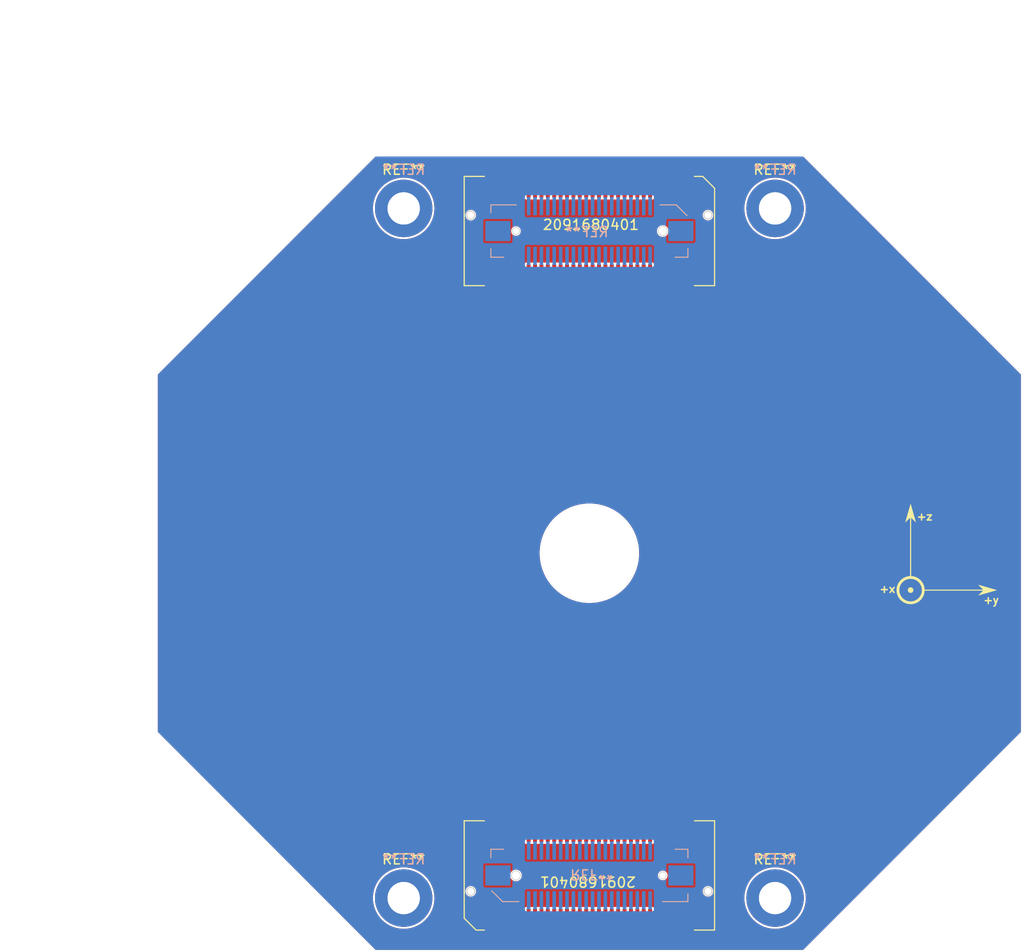
<source format=kicad_pcb>
(kicad_pcb (version 20211014) (generator pcbnew)
  (layers (0 "F.Cu" signal) (31 "B.Cu" signal) (34 "B.Paste" user) (35 "F.Paste" user) (36 "B.SilkS" user "B.Silkscreen") (37 "F.SilkS" user "F.Silkscreen") (38 "B.Mask" user) (39 "F.Mask" user) (44 "Edge.Cuts" user))
  (net 0 "")
  (footprint "Connectors_ISS:2091680401" (layer "F.Cu") (at 72 104 180)
    (fp_text reference "2091680401" (at 0.15 -0.62 180 unlocked) (layer "F.SilkS"))
    (fp_text value "Receptacle")
    (fp_line (start -12.4325 5.425) (end -12.4325 -5.425) (layer "F.SilkS") (width 0.12))
    (fp_line (start -12.4325 5.425) (end -10.4325 5.425) (layer "F.SilkS") (width 0.12))
    (fp_line (start 12.4325 5.425) (end 10.4325 5.425) (layer "F.SilkS") (width 0.12))
    (fp_line (start 11.2575 -5.425) (end 10.4325 -5.425) (layer "F.SilkS") (width 0.12))
    (fp_line (start -12.4325 -5.425) (end -10.4325 -5.425) (layer "F.SilkS") (width 0.12))
    (fp_line (start 12.4325 -4.25) (end 11.2575 -5.425) (layer "F.SilkS") (width 0.12))
    (fp_line (start 12.4325 -4.25) (end 12.4325 5.425) (layer "F.SilkS") (width 0.12))
    (fp_circle (center -11.78 -1.58) (end -11.38 -1.58) (layer "Edge.Cuts") (width 0.12) (fill none))
    (fp_circle (center 11.78 -1.58) (end 12.18 -1.58) (layer "Edge.Cuts") (width 0.12) (fill none))
    (pad "1" smd rect locked (at 6.0325 -4.375 270) (size 2.1 0.4) (layers "F.Cu" "F.Paste" "F.Mask"))
    (pad "2" smd rect locked (at 5.3975 -4.375 270) (size 2.1 0.4) (layers "F.Cu" "F.Paste" "F.Mask"))
    (pad "3" smd rect locked (at 4.7625 -4.375 270) (size 2.1 0.4) (layers "F.Cu" "F.Paste" "F.Mask"))
    (pad "4" smd rect locked (at 4.1275 -4.375 270) (size 2.1 0.4) (layers "F.Cu" "F.Paste" "F.Mask"))
    (pad "5" smd rect locked (at 3.4925 -4.375 270) (size 2.1 0.4) (layers "F.Cu" "F.Paste" "F.Mask"))
    (pad "6" smd rect locked (at 2.8575 -4.375 270) (size 2.1 0.4) (layers "F.Cu" "F.Paste" "F.Mask"))
    (pad "7" smd rect locked (at 2.2225 -4.375 270) (size 2.1 0.4) (layers "F.Cu" "F.Paste" "F.Mask"))
    (pad "8" smd rect locked (at 1.5875 -4.375 270) (size 2.1 0.4) (layers "F.Cu" "F.Paste" "F.Mask"))
    (pad "9" smd rect locked (at 0.9525 -4.375 270) (size 2.1 0.4) (layers "F.Cu" "F.Paste" "F.Mask"))
    (pad "10" smd rect locked (at 0.3175 -4.375 270) (size 2.1 0.4) (layers "F.Cu" "F.Paste" "F.Mask"))
    (pad "11" smd rect locked (at -0.3175 -4.375 270) (size 2.1 0.4) (layers "F.Cu" "F.Paste" "F.Mask"))
    (pad "12" smd rect locked (at -0.9525 -4.375 270) (size 2.1 0.4) (layers "F.Cu" "F.Paste" "F.Mask"))
    (pad "13" smd rect locked (at -1.5875 -4.375 270) (size 2.1 0.4) (layers "F.Cu" "F.Paste" "F.Mask"))
    (pad "14" smd rect locked (at -2.2225 -4.375 270) (size 2.1 0.4) (layers "F.Cu" "F.Paste" "F.Mask"))
    (pad "15" smd rect locked (at -2.8575 -4.375 270) (size 2.1 0.4) (layers "F.Cu" "F.Paste" "F.Mask"))
    (pad "16" smd rect locked (at -3.4925 -4.375 270) (size 2.1 0.4) (layers "F.Cu" "F.Paste" "F.Mask"))
    (pad "17" smd rect locked (at -4.1275 -4.375 270) (size 2.1 0.4) (layers "F.Cu" "F.Paste" "F.Mask"))
    (pad "18" smd rect locked (at -4.7625 -4.375 270) (size 2.1 0.4) (layers "F.Cu" "F.Paste" "F.Mask"))
    (pad "19" smd rect locked (at -5.3975 -4.375 270) (size 2.1 0.4) (layers "F.Cu" "F.Paste" "F.Mask"))
    (pad "20" smd rect locked (at -6.0325 -4.375 270) (size 2.1 0.4) (layers "F.Cu" "F.Paste" "F.Mask"))
    (pad "21" smd rect locked (at -6.0325 4.375 270) (size 2.1 0.4) (layers "F.Cu" "F.Paste" "F.Mask"))
    (pad "22" smd rect locked (at -5.3975 4.375 270) (size 2.1 0.4) (layers "F.Cu" "F.Paste" "F.Mask"))
    (pad "23" smd rect locked (at -4.7625 4.375 270) (size 2.1 0.4) (layers "F.Cu" "F.Paste" "F.Mask"))
    (pad "24" smd rect locked (at -4.1275 4.375 270) (size 2.1 0.4) (layers "F.Cu" "F.Paste" "F.Mask"))
    (pad "25" smd rect locked (at -3.4925 4.375 270) (size 2.1 0.4) (layers "F.Cu" "F.Paste" "F.Mask"))
    (pad "26" smd rect locked (at -2.8575 4.375 270) (size 2.1 0.4) (layers "F.Cu" "F.Paste" "F.Mask"))
    (pad "27" smd rect locked (at -2.2225 4.375 270) (size 2.1 0.4) (layers "F.Cu" "F.Paste" "F.Mask"))
    (pad "28" smd rect locked (at -1.5875 4.375 270) (size 2.1 0.4) (layers "F.Cu" "F.Paste" "F.Mask"))
    (pad "29" smd rect locked (at -0.9525 4.375 270) (size 2.1 0.4) (layers "F.Cu" "F.Paste" "F.Mask"))
    (pad "30" smd rect locked (at -0.3175 4.375 270) (size 2.1 0.4) (layers "F.Cu" "F.Paste" "F.Mask"))
    (pad "31" smd rect locked (at 0.3175 4.375 270) (size 2.1 0.4) (layers "F.Cu" "F.Paste" "F.Mask"))
    (pad "32" smd rect locked (at 0.9525 4.375 270) (size 2.1 0.4) (layers "F.Cu" "F.Paste" "F.Mask"))
    (pad "33" smd rect locked (at 1.5875 4.375 270) (size 2.1 0.4) (layers "F.Cu" "F.Paste" "F.Mask"))
    (pad "34" smd rect locked (at 2.2225 4.375 270) (size 2.1 0.4) (layers "F.Cu" "F.Paste" "F.Mask"))
    (pad "35" smd rect locked (at 2.8575 4.375 270) (size 2.1 0.4) (layers "F.Cu" "F.Paste" "F.Mask"))
    (pad "36" smd rect locked (at 3.4925 4.375 270) (size 2.1 0.4) (layers "F.Cu" "F.Paste" "F.Mask"))
    (pad "37" smd rect locked (at 4.1275 4.375 270) (size 2.1 0.4) (layers "F.Cu" "F.Paste" "F.Mask"))
    (pad "38" smd rect locked (at 4.7625 4.375 270) (size 2.1 0.4) (layers "F.Cu" "F.Paste" "F.Mask"))
    (pad "39" smd rect locked (at 5.3975 4.375 270) (size 2.1 0.4) (layers "F.Cu" "F.Paste" "F.Mask"))
    (pad "40" smd rect locked (at 6.0325 4.375 270) (size 2.1 0.4) (layers "F.Cu" "F.Paste" "F.Mask"))
    (pad "GND" smd rect locked (at 10.53 -4.225 180) (size 2.4 1.8) (layers "F.Cu" "F.Paste" "F.Mask"))
    (pad "GND" smd rect locked (at -10.53 -4.225 180) (size 2.4 1.8) (layers "F.Cu" "F.Paste" "F.Mask"))
    (pad "GND" smd rect locked (at 10.53 4.225 180) (size 2.4 1.8) (layers "F.Cu" "F.Paste" "F.Mask"))
    (pad "GND" smd rect locked (at -10.53 4.225 180) (size 2.4 1.8) (layers "F.Cu" "F.Paste" "F.Mask"))
  )
  (footprint "MountingHole:MountingHole_3.2mm_M3_ISO7380_Pad" (layer "F.Cu") (at 53.557464 37.752718)
    (fp_text reference "REF**" (at 0 -3.85) (layer "F.SilkS"))
    (fp_text value "MountingHole_3.2mm_M3_ISO7380_Pad")
    (pad "1" thru_hole circle locked (at 0 0) (size 5.7 5.7) (drill 3.2) (layers *.Cu *.Mask))
  )
  (footprint "Connectors_ISS:2091680401" (layer "F.Cu") (at 72 40)
    (fp_text reference "2091680401" (at 0.15 -0.62 unlocked) (layer "F.SilkS"))
    (fp_text value "Receptacle")
    (fp_line (start 11.2575 -5.425) (end 10.4325 -5.425) (layer "F.SilkS") (width 0.12))
    (fp_line (start 12.4325 -4.25) (end 12.4325 5.425) (layer "F.SilkS") (width 0.12))
    (fp_line (start -12.4325 5.425) (end -10.4325 5.425) (layer "F.SilkS") (width 0.12))
    (fp_line (start 12.4325 5.425) (end 10.4325 5.425) (layer "F.SilkS") (width 0.12))
    (fp_line (start 12.4325 -4.25) (end 11.2575 -5.425) (layer "F.SilkS") (width 0.12))
    (fp_line (start -12.4325 5.425) (end -12.4325 -5.425) (layer "F.SilkS") (width 0.12))
    (fp_line (start -12.4325 -5.425) (end -10.4325 -5.425) (layer "F.SilkS") (width 0.12))
    (fp_circle (center -11.78 -1.58) (end -11.38 -1.58) (layer "Edge.Cuts") (width 0.12) (fill none))
    (fp_circle (center 11.78 -1.58) (end 12.18 -1.58) (layer "Edge.Cuts") (width 0.12) (fill none))
    (pad "1" smd rect locked (at 6.0325 -4.375 90) (size 2.1 0.4) (layers "F.Cu" "F.Paste" "F.Mask"))
    (pad "2" smd rect locked (at 5.3975 -4.375 90) (size 2.1 0.4) (layers "F.Cu" "F.Paste" "F.Mask"))
    (pad "3" smd rect locked (at 4.7625 -4.375 90) (size 2.1 0.4) (layers "F.Cu" "F.Paste" "F.Mask"))
    (pad "4" smd rect locked (at 4.1275 -4.375 90) (size 2.1 0.4) (layers "F.Cu" "F.Paste" "F.Mask"))
    (pad "5" smd rect locked (at 3.4925 -4.375 90) (size 2.1 0.4) (layers "F.Cu" "F.Paste" "F.Mask"))
    (pad "6" smd rect locked (at 2.8575 -4.375 90) (size 2.1 0.4) (layers "F.Cu" "F.Paste" "F.Mask"))
    (pad "7" smd rect locked (at 2.2225 -4.375 90) (size 2.1 0.4) (layers "F.Cu" "F.Paste" "F.Mask"))
    (pad "8" smd rect locked (at 1.5875 -4.375 90) (size 2.1 0.4) (layers "F.Cu" "F.Paste" "F.Mask"))
    (pad "9" smd rect locked (at 0.9525 -4.375 90) (size 2.1 0.4) (layers "F.Cu" "F.Paste" "F.Mask"))
    (pad "10" smd rect locked (at 0.3175 -4.375 90) (size 2.1 0.4) (layers "F.Cu" "F.Paste" "F.Mask"))
    (pad "11" smd rect locked (at -0.3175 -4.375 90) (size 2.1 0.4) (layers "F.Cu" "F.Paste" "F.Mask"))
    (pad "12" smd rect locked (at -0.9525 -4.375 90) (size 2.1 0.4) (layers "F.Cu" "F.Paste" "F.Mask"))
    (pad "13" smd rect locked (at -1.5875 -4.375 90) (size 2.1 0.4) (layers "F.Cu" "F.Paste" "F.Mask"))
    (pad "14" smd rect locked (at -2.2225 -4.375 90) (size 2.1 0.4) (layers "F.Cu" "F.Paste" "F.Mask"))
    (pad "15" smd rect locked (at -2.8575 -4.375 90) (size 2.1 0.4) (layers "F.Cu" "F.Paste" "F.Mask"))
    (pad "16" smd rect locked (at -3.4925 -4.375 90) (size 2.1 0.4) (layers "F.Cu" "F.Paste" "F.Mask"))
    (pad "17" smd rect locked (at -4.1275 -4.375 90) (size 2.1 0.4) (layers "F.Cu" "F.Paste" "F.Mask"))
    (pad "18" smd rect locked (at -4.7625 -4.375 90) (size 2.1 0.4) (layers "F.Cu" "F.Paste" "F.Mask"))
    (pad "19" smd rect locked (at -5.3975 -4.375 90) (size 2.1 0.4) (layers "F.Cu" "F.Paste" "F.Mask"))
    (pad "20" smd rect locked (at -6.0325 -4.375 90) (size 2.1 0.4) (layers "F.Cu" "F.Paste" "F.Mask"))
    (pad "21" smd rect locked (at -6.0325 4.375 90) (size 2.1 0.4) (layers "F.Cu" "F.Paste" "F.Mask"))
    (pad "22" smd rect locked (at -5.3975 4.375 90) (size 2.1 0.4) (layers "F.Cu" "F.Paste" "F.Mask"))
    (pad "23" smd rect locked (at -4.7625 4.375 90) (size 2.1 0.4) (layers "F.Cu" "F.Paste" "F.Mask"))
    (pad "24" smd rect locked (at -4.1275 4.375 90) (size 2.1 0.4) (layers "F.Cu" "F.Paste" "F.Mask"))
    (pad "25" smd rect locked (at -3.4925 4.375 90) (size 2.1 0.4) (layers "F.Cu" "F.Paste" "F.Mask"))
    (pad "26" smd rect locked (at -2.8575 4.375 90) (size 2.1 0.4) (layers "F.Cu" "F.Paste" "F.Mask"))
    (pad "27" smd rect locked (at -2.2225 4.375 90) (size 2.1 0.4) (layers "F.Cu" "F.Paste" "F.Mask"))
    (pad "28" smd rect locked (at -1.5875 4.375 90) (size 2.1 0.4) (layers "F.Cu" "F.Paste" "F.Mask"))
    (pad "29" smd rect locked (at -0.9525 4.375 90) (size 2.1 0.4) (layers "F.Cu" "F.Paste" "F.Mask"))
    (pad "30" smd rect locked (at -0.3175 4.375 90) (size 2.1 0.4) (layers "F.Cu" "F.Paste" "F.Mask"))
    (pad "31" smd rect locked (at 0.3175 4.375 90) (size 2.1 0.4) (layers "F.Cu" "F.Paste" "F.Mask"))
    (pad "32" smd rect locked (at 0.9525 4.375 90) (size 2.1 0.4) (layers "F.Cu" "F.Paste" "F.Mask"))
    (pad "33" smd rect locked (at 1.5875 4.375 90) (size 2.1 0.4) (layers "F.Cu" "F.Paste" "F.Mask"))
    (pad "34" smd rect locked (at 2.2225 4.375 90) (size 2.1 0.4) (layers "F.Cu" "F.Paste" "F.Mask"))
    (pad "35" smd rect locked (at 2.8575 4.375 90) (size 2.1 0.4) (layers "F.Cu" "F.Paste" "F.Mask"))
    (pad "36" smd rect locked (at 3.4925 4.375 90) (size 2.1 0.4) (layers "F.Cu" "F.Paste" "F.Mask"))
    (pad "37" smd rect locked (at 4.1275 4.375 90) (size 2.1 0.4) (layers "F.Cu" "F.Paste" "F.Mask"))
    (pad "38" smd rect locked (at 4.7625 4.375 90) (size 2.1 0.4) (layers "F.Cu" "F.Paste" "F.Mask"))
    (pad "39" smd rect locked (at 5.3975 4.375 90) (size 2.1 0.4) (layers "F.Cu" "F.Paste" "F.Mask"))
    (pad "40" smd rect locked (at 6.0325 4.375 90) (size 2.1 0.4) (layers "F.Cu" "F.Paste" "F.Mask"))
    (pad "GND" smd rect locked (at 10.53 4.225) (size 2.4 1.8) (layers "F.Cu" "F.Paste" "F.Mask"))
    (pad "GND" smd rect locked (at -10.53 4.225) (size 2.4 1.8) (layers "F.Cu" "F.Paste" "F.Mask"))
    (pad "GND" smd rect locked (at -10.53 -4.225) (size 2.4 1.8) (layers "F.Cu" "F.Paste" "F.Mask"))
    (pad "GND" smd rect locked (at 10.53 -4.225) (size 2.4 1.8) (layers "F.Cu" "F.Paste" "F.Mask"))
  )
  (footprint "MountingHole:MountingHole_3.2mm_M3_ISO7380_Pad" (layer "F.Cu") (at 53.557464 106.247282)
    (fp_text reference "REF**" (at 0 -3.85) (layer "F.SilkS"))
    (fp_text value "MountingHole_3.2mm_M3_ISO7380_Pad")
    (pad "1" thru_hole circle locked (at 0 0) (size 5.7 5.7) (drill 3.2) (layers *.Cu *.Mask))
  )
  (footprint "memes:axes" (layer "F.Cu") (at 107.5 72.05813)
    (fp_text reference "G***" hide)
    (fp_text value "LOGO" hide)
    (fp_poly (pts (xy -3.593648 -4.983017) (xy -3.588699 -4.970528) (xy -3.583147 -4.952704) (xy -3.579192 -4.939167) (xy -3.572329 -4.915414) (xy -3.56277 -4.882186) (xy -3.550725 -4.840224) (xy -3.536407 -4.79027) (xy -3.520026 -4.733065) (xy -3.501795 -4.66935) (xy -3.481924 -4.599865) (xy -3.460625 -4.525353) (xy -3.438109 -4.446554) (xy -3.414589 -4.364209) (xy -3.390275 -4.27906) (xy -3.365378 -4.191847) (xy -3.340111 -4.103313) (xy -3.314684 -4.014197) (xy -3.289309 -3.925241) (xy -3.264198 -3.837187) (xy -3.239562 -3.750776) (xy -3.215612 -3.666747) (xy -3.19256 -3.585844) (xy -3.170617 -3.508807) (xy -3.149995 -3.436376) (xy -3.130904 -3.369294) (xy -3.113558 -3.308301) (xy -3.098166 -3.254139) (xy -3.084941 -3.207548) (xy -3.074094 -3.16927) (xy -3.065836 -3.140046) (xy -3.060379 -3.120617) (xy -3.057934 -3.111724) (xy -3.057841 -3.111352) (xy -3.05861 -3.109134) (xy -3.063162 -3.111124) (xy -3.071998 -3.117792) (xy -3.085618 -3.129608) (xy -3.104521 -3.147041) (xy -3.129209 -3.170563) (xy -3.16018 -3.200643) (xy -3.197935 -3.237751) (xy -3.242974 -3.282357) (xy -3.295798 -3.334931) (xy -3.297184 -3.336313) (xy -3.540606 -3.579037) (xy -3.540606 2.208438) (xy -3.509367 2.208438) (xy -3.470898 2.210222) (xy -3.424211 2.215233) (xy -3.372323 2.22296) (xy -3.318251 2.232893) (xy -3.265013 2.244522) (xy -3.215626 2.257336) (xy -3.209044 2.259239) (xy -3.090777 2.299807) (xy -2.975649 2.350944) (xy -2.865444 2.411721) (xy -2.761948 2.481211) (xy -2.720583 2.513035) (xy -2.688164 2.540565) (xy -2.651105 2.574582) (xy -2.612185 2.612344) (xy -2.574185 2.651111) (xy -2.539885 2.688143) (xy -2.521314 2.709481) (xy -2.468675 2.777343) (xy -2.417384 2.853742) (xy -2.369342 2.935391) (xy -2.326451 3.018999) (xy -2.290612 3.101277) (xy -2.282366 3.122903) (xy -2.25619 3.202697) (xy -2.234409 3.288641) (xy -2.216692 3.382317) (xy -2.202704 3.485308) (xy -2.199171 3.518403) (xy -2.195745 3.552448) (xy 3.590879 3.552448) (xy 3.345195 3.306167) (xy 3.30107 3.261794) (xy 3.25988 3.220098) (xy 3.222312 3.181792) (xy 3.189055 3.147593) (xy 3.160796 3.118216) (xy 3.138224 3.094374) (xy 3.122026 3.076784) (xy 3.112892 3.066161) (xy 3.111352 3.063163) (xy 3.14993 3.073906) (xy 3.196773 3.087059) (xy 3.251173 3.102419) (xy 3.31242 3.119781) (xy 3.379803 3.13894) (xy 3.452612 3.159691) (xy 3.530138 3.18183) (xy 3.611671 3.205152) (xy 3.696501 3.229452) (xy 3.783918 3.254526) (xy 3.873213 3.280169) (xy 3.963674 3.306176) (xy 4.054593 3.332342) (xy 4.14526 3.358464) (xy 4.234964 3.384335) (xy 4.322996 3.409752) (xy 4.408646 3.434509) (xy 4.491204 3.458403) (xy 4.56996 3.481227) (xy 4.644204 3.502779) (xy 4.713227 3.522852) (xy 4.776318 3.541242) (xy 4.832767 3.557745) (xy 4.881866 3.572156) (xy 4.922903 3.58427) (xy 4.955169 3.593882) (xy 4.977954 3.600788) (xy 4.990549 3.604783) (xy 4.992929 3.605733) (xy 4.986992 3.607638) (xy 4.970394 3.612585) (xy 4.943862 3.620365) (xy 4.908122 3.630769) (xy 4.863902 3.643589) (xy 4.811927 3.658618) (xy 4.752924 3.675647) (xy 4.68762 3.694468) (xy 4.61674 3.714873) (xy 4.541012 3.736653) (xy 4.461162 3.759601) (xy 4.377917 3.783508) (xy 4.292002 3.808166) (xy 4.204145 3.833367) (xy 4.115072 3.858903) (xy 4.025509 3.884566) (xy 3.936183 3.910147) (xy 3.847821 3.935438) (xy 3.761149 3.960232) (xy 3.676893 3.984319) (xy 3.59578 4.007492) (xy 3.518537 4.029543) (xy 3.445889 4.050264) (xy 3.378565 4.069445) (xy 3.317289 4.08688) (xy 3.262788 4.10236) (xy 3.21579 4.115677) (xy 3.17702 4.126622) (xy 3.147204 4.134988) (xy 3.127071 4.140566) (xy 3.117345 4.143149) (xy 3.117273 4.143166) (xy 3.119156 4.139627) (xy 3.128742 4.128457) (xy 3.145339 4.110378) (xy 3.168257 4.086111) (xy 3.196803 4.056377) (xy 3.230285 4.021897) (xy 3.268013 3.983391) (xy 3.309293 3.941581) (xy 3.348155 3.902484) (xy 3.590878 3.659021) (xy -2.195871 3.659021) (xy -2.198869 3.684184) (xy -2.200825 3.701154) (xy -2.203592 3.725837) (xy -2.206715 3.754171) (xy -2.208362 3.769293) (xy -2.225399 3.878745) (xy -2.252598 3.989702) (xy -2.289113 4.099303) (xy -2.334095 4.204688) (xy -2.342097 4.221119) (xy -2.389791 4.310559) (xy -2.440559 4.391779) (xy -2.496639 4.467892) (xy -2.560271 4.542009) (xy -2.610892 4.594758) (xy -2.705781 4.68152) (xy -2.807321 4.758583) (xy -2.915042 4.825708) (xy -3.028472 4.882657) (xy -3.147141 4.92919) (xy -3.270578 4.965069) (xy -3.386667 4.98826) (xy -3.424097 4.992862) (xy -3.470045 4.996453) (xy -3.521594 4.998985) (xy -3.575824 5.000412) (xy -3.629817 5.000685) (xy -3.680655 4.999758) (xy -3.72542 4.997583) (xy -3.759674 4.994316) (xy -3.884614 4.973168) (xy -4.002469 4.943315) (xy -4.114748 4.904197) (xy -4.222962 4.855255) (xy -4.328621 4.795926) (xy -4.375639 4.765755) (xy -4.475443 4.692267) (xy -4.568334 4.60975) (xy -4.653689 4.519122) (xy -4.730886 4.421297) (xy -4.7993 4.31719) (xy -4.858309 4.207717) (xy -4.907291 4.093792) (xy -4.94562 3.976332) (xy -4.963839 3.901772) (xy -4.974646 3.847833) (xy -4.982649 3.799329) (xy -4.9882 3.752691) (xy -4.991654 3.704351) (xy -4.993362 3.650744) (xy -4.993707 3.599814) (xy -4.993497 3.586182) (xy -4.709783 3.586182) (xy -4.709772 3.605734) (xy -4.709631 3.652239) (xy -4.709228 3.689111) (xy -4.708402 3.718557) (xy -4.706993 3.742786) (xy -4.704837 3.764004) (xy -4.701774 3.784421) (xy -4.697642 3.806243) (xy -4.69373 3.824928) (xy -4.664216 3.936128) (xy -4.624753 4.04192) (xy -4.575954 4.141846) (xy -4.518429 4.235449) (xy -4.45279 4.322272) (xy -4.379648 4.401858) (xy -4.299614 4.47375) (xy -4.213298 4.53749) (xy -4.121313 4.592622) (xy -4.024269 4.638688) (xy -3.922777 4.675231) (xy -3.817449 4.701795) (xy -3.708896 4.717921) (xy -3.597729 4.723154) (xy -3.499161 4.718469) (xy -3.384969 4.702266) (xy -3.274953 4.675279) (xy -3.169657 4.637994) (xy -3.069626 4.590899) (xy -2.975403 4.53448) (xy -2.887534 4.469223) (xy -2.806562 4.395617) (xy -2.733032 4.314146) (xy -2.667489 4.225299) (xy -2.610475 4.129562) (xy -2.562536 4.027421) (xy -2.524216 3.919364) (xy -2.499976 3.824928) (xy -2.494933 3.800593) (xy -2.491081 3.779324) (xy -2.488257 3.758915) (xy -2.486302 3.737157) (xy -2.485051 3.711843) (xy -2.484346 3.680765) (xy -2.484023 3.641716) (xy -2.483934 3.605734) (xy -2.48398 3.558527) (xy -2.484344 3.520981) (xy -2.485169 3.490915) (xy -2.486594 3.466151) (xy -2.488763 3.444509) (xy -2.491816 3.42381) (xy -2.495896 3.401873) (xy -2.49778 3.392587) (xy -2.52709 3.278524) (xy -2.566789 3.169726) (xy -2.616553 3.06668) (xy -2.676058 2.969871) (xy -2.744979 2.879786) (xy -2.822993 2.79691) (xy -2.909776 2.721728) (xy -2.978135 2.672214) (xy -3.073625 2.615221) (xy -3.17417 2.568503) (xy -3.278761 2.532162) (xy -3.386387 2.506304) (xy -3.496039 2.491033) (xy -3.606705 2.486453) (xy -3.717375 2.492668) (xy -3.82704 2.509782) (xy -3.934689 2.5379) (xy -4.011732 2.56556) (xy -4.050203 2.581354) (xy -4.081135 2.594933) (xy -4.108127 2.608101) (xy -4.134778 2.622662) (xy -4.164688 2.640417) (xy -4.180215 2.649957) (xy -4.275735 2.71585) (xy -4.363009 2.790061) (xy -4.441682 2.872075) (xy -4.511396 2.961379) (xy -4.571794 3.057461) (xy -4.62252 3.159805) (xy -4.663217 3.267898) (xy -4.693529 3.381226) (xy -4.695926 3.392587) (xy -4.700441 3.415588) (xy -4.703874 3.436507) (xy -4.706369 3.457526) (xy -4.708065 3.480823) (xy -4.709105 3.508578) (xy -4.709631 3.542972) (xy -4.709783 3.586182) (xy -4.993497 3.586182) (xy -4.992639 3.530613) (xy -4.989307 3.469295) (xy -4.983247 3.412039) (xy -4.973999 3.355026) (xy -4.961101 3.294435) (xy -4.952505 3.25908) (xy -4.916901 3.141062) (xy -4.870502 3.026047) (xy -4.814038 2.915348) (xy -4.748241 2.810277) (xy -4.673844 2.712145) (xy -4.6046 2.635384) (xy -4.510045 2.546093) (xy -4.411499 2.4677) (xy -4.308144 2.399694) (xy -4.199162 2.341566) (xy -4.083734 2.292803) (xy -4.020186 2.270751) (xy -3.965832 2.254735) (xy -3.907605 2.240272) (xy -3.848359 2.227892) (xy -3.790948 2.218125) (xy -3.738224 2.211498) (xy -3.693041 2.208543) (xy -3.684339 2.208438) (xy -3.6531 2.208438) (xy -3.6531 -3.579037) (xy -3.895851 -3.33634) (xy -3.940028 -3.292247) (xy -3.981614 -3.250885) (xy -4.019875 -3.212973) (xy -4.054078 -3.179233) (xy -4.083487 -3.150384) (xy -4.107369 -3.127147) (xy -4.12499 -3.110241) (xy -4.135617 -3.100389) (xy -4.138601 -3.098102) (xy -4.137005 -3.104312) (xy -4.132353 -3.12118) (xy -4.124853 -3.147978) (xy -4.114713 -3.183981) (xy -4.102139 -3.228461) (xy -4.087341 -3.280694) (xy -4.070524 -3.339951) (xy -4.051896 -3.405508) (xy -4.031665 -3.476638) (xy -4.010039 -3.552615) (xy -3.987224 -3.632712) (xy -3.963427 -3.716203) (xy -3.938858 -3.802362) (xy -3.913722 -3.890462) (xy -3.888227 -3.979778) (xy -3.862581 -4.069583) (xy -3.836991 -4.15915) (xy -3.811664 -4.247754) (xy -3.786809 -4.334668) (xy -3.762632 -4.419166) (xy -3.73934 -4.500522) (xy -3.717142 -4.578009) (xy -3.696244 -4.650901) (xy -3.676854 -4.718471) (xy -3.65918 -4.779995) (xy -3.643429 -4.834744) (xy -3.629808 -4.881994) (xy -3.618524 -4.921017) (xy -3.609786 -4.951087) (xy -3.6038 -4.971479) (xy -3.600775 -4.981465) (xy -3.600482 -4.982308) (xy -3.597307 -4.986485)) (layer "F.SilkS") (width 0) (fill solid))
    (fp_poly (pts (xy -3.553723 3.329955) (xy -3.518001 3.336777) (xy -3.512383 3.338414) (xy -3.461938 3.359996) (xy -3.417589 3.390655) (xy -3.380244 3.428926) (xy -3.350812 3.473343) (xy -3.3302 3.522442) (xy -3.319316 3.574756) (xy -3.319067 3.628822) (xy -3.32144 3.646596) (xy -3.335966 3.700234) (xy -3.359813 3.748681) (xy -3.391689 3.791075) (xy -3.430304 3.826553) (xy -3.474367 3.854252) (xy -3.52259 3.87331) (xy -3.573681 3.882864) (xy -3.626349 3.882052) (xy -3.663036 3.874969) (xy -3.717256 3.85455) (xy -3.765213 3.824759) (xy -3.805892 3.786703) (xy -3.838277 3.741492) (xy -3.861354 3.690232) (xy -3.872266 3.646596) (xy -3.875632 3.592618) (xy -3.868086 3.539903) (xy -3.850554 3.489858) (xy -3.823964 3.443891) (xy -3.789244 3.403409) (xy -3.747322 3.36982) (xy -3.699125 3.344532) (xy -3.665924 3.333488) (xy -3.632759 3.328148) (xy -3.593667 3.327024)) (layer "F.SilkS") (width 0) (fill solid))
  )
  (footprint "MountingHole:MountingHole_3.2mm_M3_ISO7380_Pad" (layer "F.Cu") (at 90.442536 37.752718)
    (fp_text reference "REF**" (at 0 -3.85) (layer "F.SilkS"))
    (fp_text value "MountingHole_3.2mm_M3_ISO7380_Pad")
    (pad "1" thru_hole circle locked (at 0 0) (size 5.7 5.7) (drill 3.2) (layers *.Cu *.Mask))
  )
  (footprint "MountingHole:MountingHole_3.2mm_M3_ISO7380_Pad" (layer "F.Cu") (at 90.442536 106.247282)
    (fp_text reference "REF**" (at 0 -3.85) (layer "F.SilkS"))
    (fp_text value "MountingHole_3.2mm_M3_ISO7380_Pad")
    (pad "1" thru_hole circle locked (at 0 0) (size 5.7 5.7) (drill 3.2) (layers *.Cu *.Mask))
  )
  (footprint "Connectors_ISS:SlimStack_0.635Series_Plug" (layer "B.Cu") (at 72 104)
    (fp_text reference "REF**" (at 0.25 -0.1 180 unlocked) (layer "B.SilkS") (effects (justify mirror)))
    (fp_text value "SlimStack_0.635Series_Plug")
    (fp_line (start -8.625 2.6) (end -7 2.6) (layer "B.SilkS") (width 0.1))
    (fp_line (start 9.785 -2.6) (end 8.5 -2.6) (layer "B.SilkS") (width 0.1))
    (fp_line (start -8.5 -2.6) (end -9.785 -2.6) (layer "B.SilkS") (width 0.1))
    (fp_line (start 7.25 2.6) (end 9.785 2.6) (layer "B.SilkS") (width 0.1))
    (fp_line (start -9.7 1.525) (end -8.625 2.6) (layer "B.SilkS") (width 0.1))
    (fp_line (start 9.785 -1.75) (end 9.785 -2.6) (layer "B.SilkS") (width 0.1))
    (fp_line (start 9.785 2.6) (end 9.785 1.825) (layer "B.SilkS") (width 0.1))
    (fp_line (start -9.785 -2.6) (end -9.785 -1.75) (layer "B.SilkS") (width 0.1))
    (fp_circle (center 7.285 0) (end 7.635 0) (layer "Edge.Cuts") (width 0.08) (fill none))
    (fp_circle (center -7.285 0) (end -6.835 0) (layer "Edge.Cuts") (width 0.08) (fill none))
    (pad "1" smd rect locked (at -6.0325 -2.47) (size 0.35 1.8) (layers "B.Cu" "B.Paste" "B.Mask"))
    (pad "2" smd rect locked (at -5.3975 -2.47) (size 0.35 1.8) (layers "B.Cu" "B.Paste" "B.Mask"))
    (pad "3" smd rect locked (at -4.7625 -2.47) (size 0.35 1.8) (layers "B.Cu" "B.Paste" "B.Mask"))
    (pad "4" smd rect locked (at -4.1275 -2.47) (size 0.35 1.8) (layers "B.Cu" "B.Paste" "B.Mask"))
    (pad "5" smd rect locked (at -3.4925 -2.47) (size 0.35 1.8) (layers "B.Cu" "B.Paste" "B.Mask"))
    (pad "6" smd rect locked (at -2.8575 -2.47) (size 0.35 1.8) (layers "B.Cu" "B.Paste" "B.Mask"))
    (pad "7" smd rect locked (at -2.2225 -2.47) (size 0.35 1.8) (layers "B.Cu" "B.Paste" "B.Mask"))
    (pad "8" smd rect locked (at -1.5875 -2.47) (size 0.35 1.8) (layers "B.Cu" "B.Paste" "B.Mask"))
    (pad "9" smd rect locked (at -0.9525 -2.47) (size 0.35 1.8) (layers "B.Cu" "B.Paste" "B.Mask"))
    (pad "10" smd rect locked (at -0.3175 -2.47) (size 0.35 1.8) (layers "B.Cu" "B.Paste" "B.Mask"))
    (pad "11" smd rect locked (at 0.3175 -2.47) (size 0.35 1.8) (layers "B.Cu" "B.Paste" "B.Mask"))
    (pad "12" smd rect locked (at 0.9525 -2.47) (size 0.35 1.8) (layers "B.Cu" "B.Paste" "B.Mask"))
    (pad "13" smd rect locked (at 1.5875 -2.47) (size 0.35 1.8) (layers "B.Cu" "B.Paste" "B.Mask"))
    (pad "14" smd rect locked (at 2.2225 -2.47) (size 0.35 1.8) (layers "B.Cu" "B.Paste" "B.Mask"))
    (pad "15" smd rect locked (at 2.8575 -2.47) (size 0.35 1.8) (layers "B.Cu" "B.Paste" "B.Mask"))
    (pad "16" smd rect locked (at 3.4925 -2.47) (size 0.35 1.8) (layers "B.Cu" "B.Paste" "B.Mask"))
    (pad "17" smd rect locked (at 4.1275 -2.47) (size 0.35 1.8) (layers "B.Cu" "B.Paste" "B.Mask"))
    (pad "18" smd rect locked (at 4.7625 -2.47) (size 0.35 1.8) (layers "B.Cu" "B.Paste" "B.Mask"))
    (pad "19" smd rect locked (at 5.3975 -2.47) (size 0.35 1.8) (layers "B.Cu" "B.Paste" "B.Mask"))
    (pad "20" smd rect locked (at 6.0325 -2.47) (size 0.35 1.8) (layers "B.Cu" "B.Paste" "B.Mask"))
    (pad "21" smd rect locked (at 6.0325 2.47) (size 0.35 1.8) (layers "B.Cu" "B.Paste" "B.Mask"))
    (pad "22" smd rect locked (at 5.3975 2.47) (size 0.35 1.8) (layers "B.Cu" "B.Paste" "B.Mask"))
    (pad "23" smd rect locked (at 4.7625 2.47) (size 0.35 1.8) (layers "B.Cu" "B.Paste" "B.Mask"))
    (pad "24" smd rect locked (at 4.1275 2.47) (size 0.35 1.8) (layers "B.Cu" "B.Paste" "B.Mask"))
    (pad "25" smd rect locked (at 3.4925 2.47) (size 0.35 1.8) (layers "B.Cu" "B.Paste" "B.Mask"))
    (pad "26" smd rect locked (at 2.8575 2.47) (size 0.35 1.8) (layers "B.Cu" "B.Paste" "B.Mask"))
    (pad "27" smd rect locked (at 2.2225 2.47) (size 0.35 1.8) (layers "B.Cu" "B.Paste" "B.Mask"))
    (pad "28" smd rect locked (at 1.5875 2.47) (size 0.35 1.8) (layers "B.Cu" "B.Paste" "B.Mask"))
    (pad "29" smd rect locked (at 0.9525 2.47) (size 0.35 1.8) (layers "B.Cu" "B.Paste" "B.Mask"))
    (pad "30" smd rect locked (at 0.3175 2.47) (size 0.35 1.8) (layers "B.Cu" "B.Paste" "B.Mask"))
    (pad "31" smd rect locked (at -0.3175 2.47) (size 0.35 1.8) (layers "B.Cu" "B.Paste" "B.Mask"))
    (pad "32" smd rect locked (at -0.9525 2.47) (size 0.35 1.8) (layers "B.Cu" "B.Paste" "B.Mask"))
    (pad "33" smd rect locked (at -1.5875 2.47) (size 0.35 1.8) (layers "B.Cu" "B.Paste" "B.Mask"))
    (pad "34" smd rect locked (at -2.2225 2.47) (size 0.35 1.8) (layers "B.Cu" "B.Paste" "B.Mask"))
    (pad "35" smd rect locked (at -2.8575 2.47) (size 0.35 1.8) (layers "B.Cu" "B.Paste" "B.Mask"))
    (pad "36" smd rect locked (at -3.4925 2.47) (size 0.35 1.8) (layers "B.Cu" "B.Paste" "B.Mask"))
    (pad "37" smd rect locked (at -4.1275 2.47) (size 0.35 1.8) (layers "B.Cu" "B.Paste" "B.Mask"))
    (pad "38" smd rect locked (at -4.7625 2.47) (size 0.35 1.8) (layers "B.Cu" "B.Paste" "B.Mask"))
    (pad "39" smd rect locked (at -5.3975 2.47) (size 0.35 1.8) (layers "B.Cu" "B.Paste" "B.Mask"))
    (pad "40" smd rect locked (at -6.0325 2.47) (size 0.35 1.8) (layers "B.Cu" "B.Paste" "B.Mask"))
    (pad "GND" smd rect locked (at 9.085 0) (size 2.5 2) (layers "B.Cu" "B.Paste" "B.Mask"))
    (pad "GND" smd rect locked (at -9.085 0) (size 2.5 2) (layers "B.Cu" "B.Paste" "B.Mask"))
  )
  (footprint "Connectors_ISS:SlimStack_0.635Series_Plug" (layer "B.Cu") (at 72 40 180)
    (fp_text reference "REF**" (at 0.25 -0.1 unlocked) (layer "B.SilkS") (effects (justify mirror)))
    (fp_text value "SlimStack_0.635Series_Plug")
    (fp_line (start 9.785 -2.6) (end 8.5 -2.6) (layer "B.SilkS") (width 0.1))
    (fp_line (start -8.625 2.6) (end -7 2.6) (layer "B.SilkS") (width 0.1))
    (fp_line (start 9.785 -1.75) (end 9.785 -2.6) (layer "B.SilkS") (width 0.1))
    (fp_line (start -9.7 1.525) (end -8.625 2.6) (layer "B.SilkS") (width 0.1))
    (fp_line (start 7.25 2.6) (end 9.785 2.6) (layer "B.SilkS") (width 0.1))
    (fp_line (start 9.785 2.6) (end 9.785 1.825) (layer "B.SilkS") (width 0.1))
    (fp_line (start -8.5 -2.6) (end -9.785 -2.6) (layer "B.SilkS") (width 0.1))
    (fp_line (start -9.785 -2.6) (end -9.785 -1.75) (layer "B.SilkS") (width 0.1))
    (fp_circle (center 7.285 0) (end 7.635 0) (layer "Edge.Cuts") (width 0.08) (fill none))
    (fp_circle (center -7.285 0) (end -6.835 0) (layer "Edge.Cuts") (width 0.08) (fill none))
    (pad "1" smd rect locked (at -6.0325 -2.47 180) (size 0.35 1.8) (layers "B.Cu" "B.Paste" "B.Mask"))
    (pad "2" smd rect locked (at -5.3975 -2.47 180) (size 0.35 1.8) (layers "B.Cu" "B.Paste" "B.Mask"))
    (pad "3" smd rect locked (at -4.7625 -2.47 180) (size 0.35 1.8) (layers "B.Cu" "B.Paste" "B.Mask"))
    (pad "4" smd rect locked (at -4.1275 -2.47 180) (size 0.35 1.8) (layers "B.Cu" "B.Paste" "B.Mask"))
    (pad "5" smd rect locked (at -3.4925 -2.47 180) (size 0.35 1.8) (layers "B.Cu" "B.Paste" "B.Mask"))
    (pad "6" smd rect locked (at -2.8575 -2.47 180) (size 0.35 1.8) (layers "B.Cu" "B.Paste" "B.Mask"))
    (pad "7" smd rect locked (at -2.2225 -2.47 180) (size 0.35 1.8) (layers "B.Cu" "B.Paste" "B.Mask"))
    (pad "8" smd rect locked (at -1.5875 -2.47 180) (size 0.35 1.8) (layers "B.Cu" "B.Paste" "B.Mask"))
    (pad "9" smd rect locked (at -0.9525 -2.47 180) (size 0.35 1.8) (layers "B.Cu" "B.Paste" "B.Mask"))
    (pad "10" smd rect locked (at -0.3175 -2.47 180) (size 0.35 1.8) (layers "B.Cu" "B.Paste" "B.Mask"))
    (pad "11" smd rect locked (at 0.3175 -2.47 180) (size 0.35 1.8) (layers "B.Cu" "B.Paste" "B.Mask"))
    (pad "12" smd rect locked (at 0.9525 -2.47 180) (size 0.35 1.8) (layers "B.Cu" "B.Paste" "B.Mask"))
    (pad "13" smd rect locked (at 1.5875 -2.47 180) (size 0.35 1.8) (layers "B.Cu" "B.Paste" "B.Mask"))
    (pad "14" smd rect locked (at 2.2225 -2.47 180) (size 0.35 1.8) (layers "B.Cu" "B.Paste" "B.Mask"))
    (pad "15" smd rect locked (at 2.8575 -2.47 180) (size 0.35 1.8) (layers "B.Cu" "B.Paste" "B.Mask"))
    (pad "16" smd rect locked (at 3.4925 -2.47 180) (size 0.35 1.8) (layers "B.Cu" "B.Paste" "B.Mask"))
    (pad "17" smd rect locked (at 4.1275 -2.47 180) (size 0.35 1.8) (layers "B.Cu" "B.Paste" "B.Mask"))
    (pad "18" smd rect locked (at 4.7625 -2.47 180) (size 0.35 1.8) (layers "B.Cu" "B.Paste" "B.Mask"))
    (pad "19" smd rect locked (at 5.3975 -2.47 180) (size 0.35 1.8) (layers "B.Cu" "B.Paste" "B.Mask"))
    (pad "20" smd rect locked (at 6.0325 -2.47 180) (size 0.35 1.8) (layers "B.Cu" "B.Paste" "B.Mask"))
    (pad "21" smd rect locked (at 6.0325 2.47 180) (size 0.35 1.8) (layers "B.Cu" "B.Paste" "B.Mask"))
    (pad "22" smd rect locked (at 5.3975 2.47 180) (size 0.35 1.8) (layers "B.Cu" "B.Paste" "B.Mask"))
    (pad "23" smd rect locked (at 4.7625 2.47 180) (size 0.35 1.8) (layers "B.Cu" "B.Paste" "B.Mask"))
    (pad "24" smd rect locked (at 4.1275 2.47 180) (size 0.35 1.8) (layers "B.Cu" "B.Paste" "B.Mask"))
    (pad "25" smd rect locked (at 3.4925 2.47 180) (size 0.35 1.8) (layers "B.Cu" "B.Paste" "B.Mask"))
    (pad "26" smd rect locked (at 2.8575 2.47 180) (size 0.35 1.8) (layers "B.Cu" "B.Paste" "B.Mask"))
    (pad "27" smd rect locked (at 2.2225 2.47 180) (size 0.35 1.8) (layers "B.Cu" "B.Paste" "B.Mask"))
    (pad "28" smd rect locked (at 1.5875 2.47 180) (size 0.35 1.8) (layers "B.Cu" "B.Paste" "B.Mask"))
    (pad "29" smd rect locked (at 0.9525 2.47 180) (size 0.35 1.8) (layers "B.Cu" "B.Paste" "B.Mask"))
    (pad "30" smd rect locked (at 0.3175 2.47 180) (size 0.35 1.8) (layers "B.Cu" "B.Paste" "B.Mask"))
    (pad "31" smd rect locked (at -0.3175 2.47 180) (size 0.35 1.8) (layers "B.Cu" "B.Paste" "B.Mask"))
    (pad "32" smd rect locked (at -0.9525 2.47 180) (size 0.35 1.8) (layers "B.Cu" "B.Paste" "B.Mask"))
    (pad "33" smd rect locked (at -1.5875 2.47 180) (size 0.35 1.8) (layers "B.Cu" "B.Paste" "B.Mask"))
    (pad "34" smd rect locked (at -2.2225 2.47 180) (size 0.35 1.8) (layers "B.Cu" "B.Paste" "B.Mask"))
    (pad "35" smd rect locked (at -2.8575 2.47 180) (size 0.35 1.8) (layers "B.Cu" "B.Paste" "B.Mask"))
    (pad "36" smd rect locked (at -3.4925 2.47 180) (size 0.35 1.8) (layers "B.Cu" "B.Paste" "B.Mask"))
    (pad "37" smd rect locked (at -4.1275 2.47 180) (size 0.35 1.8) (layers "B.Cu" "B.Paste" "B.Mask"))
    (pad "38" smd rect locked (at -4.7625 2.47 180) (size 0.35 1.8) (layers "B.Cu" "B.Paste" "B.Mask"))
    (pad "39" smd rect locked (at -5.3975 2.47 180) (size 0.35 1.8) (layers "B.Cu" "B.Paste" "B.Mask"))
    (pad "40" smd rect locked (at -6.0325 2.47 180) (size 0.35 1.8) (layers "B.Cu" "B.Paste" "B.Mask"))
    (pad "GND" smd rect locked (at -9.085 0 180) (size 2.5 2) (layers "B.Cu" "B.Paste" "B.Mask"))
    (pad "GND" smd rect locked (at 9.085 0 180) (size 2.5 2) (layers "B.Cu" "B.Paste" "B.Mask"))
  )
  (footprint "MountingHole:MountingHole_3.2mm_M3_ISO7380_Pad" (layer "B.Cu") (at 90.442536 106.247282 180)
    (fp_text reference "REF**" (at 0 3.85) (layer "B.SilkS") (effects (justify mirror)))
    (fp_text value "MountingHole_3.2mm_M3_ISO7380_Pad")
    (pad "1" thru_hole circle locked (at 0 0 180) (size 5.7 5.7) (drill 3.2) (layers *.Cu *.Mask))
  )
  (footprint "MountingHole:MountingHole_3.2mm_M3_ISO7380_Pad" (layer "B.Cu") (at 53.557464 37.752718 180)
    (fp_text reference "REF**" (at 0 3.85) (layer "B.SilkS") (effects (justify mirror)))
    (fp_text value "MountingHole_3.2mm_M3_ISO7380_Pad")
    (pad "1" thru_hole circle locked (at 0 0 180) (size 5.7 5.7) (drill 3.2) (layers *.Cu *.Mask))
  )
  (footprint "MountingHole:MountingHole_3.2mm_M3_ISO7380_Pad" (layer "B.Cu") (at 90.442536 37.752718 180)
    (fp_text reference "REF**" (at 0 3.85) (layer "B.SilkS") (effects (justify mirror)))
    (fp_text value "MountingHole_3.2mm_M3_ISO7380_Pad")
    (pad "1" thru_hole circle locked (at 0 0 180) (size 5.7 5.7) (drill 3.2) (layers *.Cu *.Mask))
  )
  (footprint "MountingHole:MountingHole_3.2mm_M3_ISO7380_Pad" (layer "B.Cu") (at 53.557464 106.247282 180)
    (fp_text reference "REF**" (at 0 3.85) (layer "B.SilkS") (effects (justify mirror)))
    (fp_text value "MountingHole_3.2mm_M3_ISO7380_Pad")
    (pad "1" thru_hole circle locked (at 0 0 180) (size 5.7 5.7) (drill 3.2) (layers *.Cu *.Mask))
  )
  (gr_line locked (start 29.011885 89.80626) (end 50.712663 111.53) (layer "Edge.Cuts") (width 0.01))
  (gr_line locked (start 114.988115 89.80626) (end 114.988115 54.19374) (layer "Edge.Cuts") (width 0.01))
  (gr_circle locked (center 53.557464 37.752718) (end 55.107464 37.752718) (layer "Edge.Cuts") (width 0.01) (fill none))
  (gr_line locked (start 50.712663 32.47) (end 29.011885 54.19374) (layer "Edge.Cuts") (width 0.01))
  (gr_circle locked (center 72 72) (end 76.8125 72) (layer "Edge.Cuts") (width 0.01) (fill none))
  (gr_circle locked (center 53.557464 106.247282) (end 55.107464 106.247282) (layer "Edge.Cuts") (width 0.01) (fill none))
  (gr_line locked (start 93.287337 111.53) (end 114.988115 89.80626) (layer "Edge.Cuts") (width 0.01))
  (gr_line locked (start 29.011885 54.19374) (end 29.011885 89.80626) (layer "Edge.Cuts") (width 0.01))
  (gr_line locked (start 93.287337 111.53) (end 50.712663 111.53) (layer "Edge.Cuts") (width 0.01))
  (gr_circle locked (center 90.442536 37.752718) (end 92.042536 37.752718) (layer "Edge.Cuts") (width 0.01) (fill none))
  (gr_line locked (start 114.988115 54.19374) (end 93.287337 32.47) (layer "Edge.Cuts") (width 0.01))
  (gr_circle locked (center 90.442536 106.247282) (end 91.992536 106.247282) (layer "Edge.Cuts") (width 0.01) (fill none))
  (gr_line locked (start 93.287337 32.47) (end 50.712663 32.47) (layer "Edge.Cuts") (width 0.01))
  (gr_text "+z\n" (at 105.3 68.35813) (layer "F.SilkS") (effects (font (size 0.75 0.75))))
  (gr_text "+y" (at 111.9 76.65813) (layer "F.SilkS") (effects (font (size 0.75 0.75))))
  (gr_text "+x" (at 101.6 75.55813) (layer "F.SilkS") (effects (font (size 0.75 0.75))))
  (zone locked (net 0) (net_name "") (layers F&B.Cu) (connect_pads (clearance 0.13)) (min_thickness 0.13) (fill yes (thermal_gap 0.508) (thermal_bridge_width 0.508))
    (polygon (pts (xy 115.18 54.22) (xy 115.18 89.78) (xy 93.336 111.624) (xy 50.664 111.624) (xy 28.82 89.78) (xy 28.82 54.22) (xy 50.664 32.376) (xy 93.336 32.376)))
  )
)
</source>
